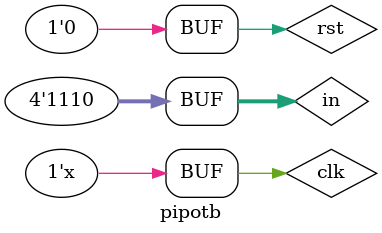
<source format=v>
module pipotb();
  reg clk,rst;
  reg [3:0] in;
  wire [3:0] q;
  pipo PIPO_INST(in,clk,rst,q);
  
  initial begin
    clk = 0;
    in = 0;
    rst = 0;
  end
  always
  #5 clk = ~clk;
    
  initial 
    begin
      rst =1;
      #10 rst = 0; in=4'b0000;
      #10 rst = 0; in=4'b0010;
      #10 rst = 0; in=4'b0100;
      #10 rst = 0; in=4'b0110;
      #10 rst = 0; in=4'b1000;
      #10 rst = 0; in=4'b1010;
      #10 rst = 0; in=4'b1100;
      #10 rst = 0; in=4'b1110;
    end
endmodule  
</source>
